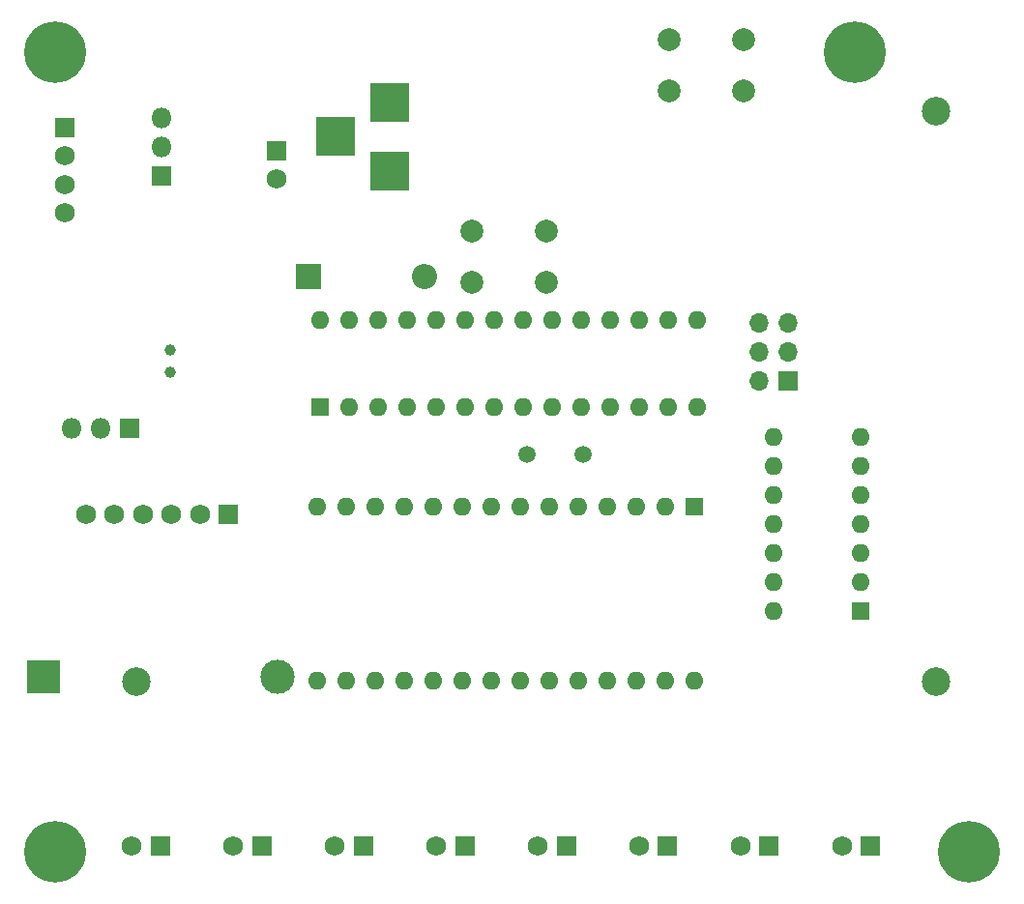
<source format=gbs>
%TF.GenerationSoftware,KiCad,Pcbnew,(5.0-dev-4122-gf60c251)*%
%TF.CreationDate,2018-06-11T17:10:56+01:00*%
%TF.ProjectId,ThermocoupleLogger,546865726D6F636F75706C654C6F6767,ca9ed02408*%
%TF.SameCoordinates,Original*%
%TF.FileFunction,Soldermask,Bot*%
%TF.FilePolarity,Negative*%
%FSLAX46Y46*%
G04 Gerber Fmt 4.6, Leading zero omitted, Abs format (unit mm)*
G04 Created by KiCad (PCBNEW (5.0-dev-4122-gf60c251)) date Monday, 11 June 2018 at 17:10:56*
%MOMM*%
%LPD*%
G01*
G04 APERTURE LIST*
%ADD10C,2.500000*%
%ADD11C,5.400000*%
%ADD12C,0.800000*%
%ADD13C,1.750000*%
%ADD14R,1.750000X1.750000*%
%ADD15O,1.700000X1.700000*%
%ADD16R,1.700000X1.700000*%
%ADD17O,1.600000X1.600000*%
%ADD18R,1.600000X1.600000*%
%ADD19R,3.000000X3.000000*%
%ADD20C,3.000000*%
%ADD21O,1.800000X1.800000*%
%ADD22R,1.800000X1.800000*%
%ADD23C,2.000000*%
%ADD24O,2.200000X2.200000*%
%ADD25R,2.200000X2.200000*%
%ADD26C,1.000000*%
%ADD27C,1.500000*%
%ADD28R,3.500000X3.500000*%
G04 APERTURE END LIST*
D10*
X174846000Y-131026000D03*
D11*
X97734000Y-75890170D03*
D12*
X99759000Y-75890170D03*
X99165891Y-77322061D03*
X97734000Y-77915170D03*
X96302109Y-77322061D03*
X95709000Y-75890170D03*
X96302109Y-74458279D03*
X97734000Y-73865170D03*
X99165891Y-74458279D03*
X179166066Y-144458284D03*
X177734175Y-143865175D03*
X176302284Y-144458284D03*
X175709175Y-145890175D03*
X176302284Y-147322066D03*
X177734175Y-147915175D03*
X179166066Y-147322066D03*
X179759175Y-145890175D03*
D11*
X177734175Y-145890175D03*
D12*
X99166066Y-144458284D03*
X97734175Y-143865175D03*
X96302284Y-144458284D03*
X95709175Y-145890175D03*
X96302284Y-147322066D03*
X97734175Y-147915175D03*
X99166066Y-147322066D03*
X99759175Y-145890175D03*
D11*
X97734175Y-145890175D03*
D12*
X169166066Y-74458284D03*
X167734175Y-73865175D03*
X166302284Y-74458284D03*
X165709175Y-75890175D03*
X166302284Y-77322066D03*
X167734175Y-77915175D03*
X169166066Y-77322066D03*
X169759175Y-75890175D03*
D11*
X167734175Y-75890175D03*
D13*
X98602800Y-89973800D03*
X98602800Y-87473800D03*
X98602800Y-84973800D03*
D14*
X98602800Y-82473800D03*
D10*
X174846000Y-81026000D03*
D13*
X100403000Y-116332000D03*
X102903000Y-116332000D03*
X105403000Y-116332000D03*
X107903000Y-116332000D03*
X110403000Y-116332000D03*
D14*
X112903000Y-116332000D03*
D15*
X159385000Y-99568000D03*
X161925000Y-99568000D03*
X159385000Y-102108000D03*
X161925000Y-102108000D03*
X159385000Y-104648000D03*
D16*
X161925000Y-104648000D03*
D17*
X160655000Y-124841000D03*
X168275000Y-109601000D03*
X160655000Y-122301000D03*
X168275000Y-112141000D03*
X160655000Y-119761000D03*
X168275000Y-114681000D03*
X160655000Y-117221000D03*
X168275000Y-117221000D03*
X160655000Y-114681000D03*
X168275000Y-119761000D03*
X160655000Y-112141000D03*
X168275000Y-122301000D03*
X160655000Y-109601000D03*
D18*
X168275000Y-124841000D03*
D19*
X96731000Y-130556000D03*
D20*
X117221000Y-130556000D03*
D21*
X107061000Y-81661000D03*
X107061000Y-84201000D03*
D22*
X107061000Y-86741000D03*
D14*
X106934000Y-145415000D03*
D13*
X104434000Y-145415000D03*
X113324000Y-145415000D03*
D14*
X115824000Y-145415000D03*
D13*
X122214000Y-145415000D03*
D14*
X124714000Y-145415000D03*
X133604000Y-145415000D03*
D13*
X131104000Y-145415000D03*
X139994000Y-145415000D03*
D14*
X142494000Y-145415000D03*
X151344000Y-145415000D03*
D13*
X148844000Y-145415000D03*
X157734000Y-145415000D03*
D14*
X160234000Y-145415000D03*
X169124000Y-145415000D03*
D13*
X166624000Y-145415000D03*
D21*
X99187000Y-108839000D03*
X101727000Y-108839000D03*
D22*
X104267000Y-108839000D03*
D23*
X140716000Y-91512000D03*
X140716000Y-96012000D03*
X134216000Y-91512000D03*
X134216000Y-96012000D03*
D24*
X130048000Y-95504000D03*
D25*
X119888000Y-95504000D03*
D23*
X151511000Y-79303000D03*
X151511000Y-74803000D03*
X158011000Y-79303000D03*
X158011000Y-74803000D03*
D26*
X107823000Y-103886000D03*
X107823000Y-101986000D03*
D18*
X120904000Y-106934000D03*
D17*
X153924000Y-99314000D03*
X123444000Y-106934000D03*
X151384000Y-99314000D03*
X125984000Y-106934000D03*
X148844000Y-99314000D03*
X128524000Y-106934000D03*
X146304000Y-99314000D03*
X131064000Y-106934000D03*
X143764000Y-99314000D03*
X133604000Y-106934000D03*
X141224000Y-99314000D03*
X136144000Y-106934000D03*
X138684000Y-99314000D03*
X138684000Y-106934000D03*
X136144000Y-99314000D03*
X141224000Y-106934000D03*
X133604000Y-99314000D03*
X143764000Y-106934000D03*
X131064000Y-99314000D03*
X146304000Y-106934000D03*
X128524000Y-99314000D03*
X148844000Y-106934000D03*
X125984000Y-99314000D03*
X151384000Y-106934000D03*
X123444000Y-99314000D03*
X153924000Y-106934000D03*
X120904000Y-99314000D03*
D27*
X139065000Y-111125000D03*
X143945000Y-111125000D03*
D17*
X153670000Y-130937000D03*
X120650000Y-115697000D03*
X151130000Y-130937000D03*
X123190000Y-115697000D03*
X148590000Y-130937000D03*
X125730000Y-115697000D03*
X146050000Y-130937000D03*
X128270000Y-115697000D03*
X143510000Y-130937000D03*
X130810000Y-115697000D03*
X140970000Y-130937000D03*
X133350000Y-115697000D03*
X138430000Y-130937000D03*
X135890000Y-115697000D03*
X135890000Y-130937000D03*
X138430000Y-115697000D03*
X133350000Y-130937000D03*
X140970000Y-115697000D03*
X130810000Y-130937000D03*
X143510000Y-115697000D03*
X128270000Y-130937000D03*
X146050000Y-115697000D03*
X125730000Y-130937000D03*
X148590000Y-115697000D03*
X123190000Y-130937000D03*
X151130000Y-115697000D03*
X120650000Y-130937000D03*
D18*
X153670000Y-115697000D03*
D13*
X117094000Y-86995000D03*
D14*
X117094000Y-84495000D03*
D28*
X122300000Y-83264000D03*
X127000000Y-80264000D03*
X127000000Y-86264000D03*
D10*
X104846000Y-131026000D03*
M02*

</source>
